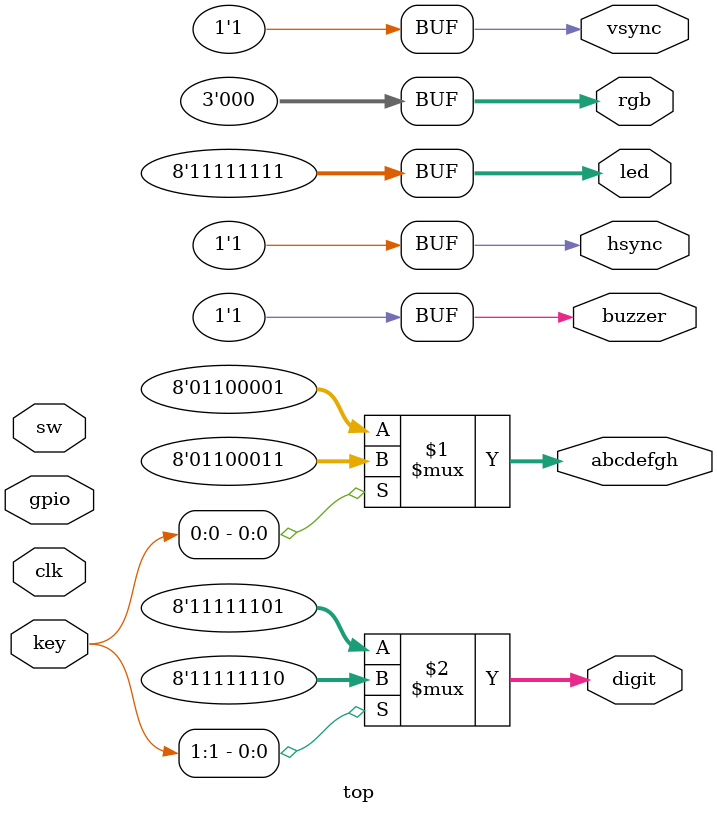
<source format=v>

`include "config.vh"

module top
(
    input         clk,
    input  [ 3:0] key,
    input  [ 3:0] sw,
    output [ 7:0] led,

    output [ 7:0] abcdefgh,
    output [ 7:0] digit,

    output        vsync,
    output        hsync,
    output [ 2:0] rgb,

    output        buzzer,
    inout  [15:0] gpio
);

    assign led    = 8'hff;
    assign buzzer = 1'b1;
    assign hsync  = 1'b1;
    assign vsync  = 1'b1;
    assign rgb    = 3'b0;

    //   --a--
    //  |     |
    //  f     b
    //  |     |
    //   --g--
    //  |     |
    //  e     c
    //  |     |
    //   --d--  h
    //
    //  0 means light

    parameter [7:0] C = 8'b01100011,
                    E = 8'b01100001,
                    h = 8'b11010001,
                    I = 8'b11110011,
                    P = 8'b00110001;

    assign abcdefgh = key [0] ? C : E;
    assign digit    = key [1] ? 8'b11111110 : 8'b11111101;

    // Exercise 1: Display the first letters
    // of your first name and last name instead.

    // assign abcdefgh = ...
    // assign digit    = ...

    // Exercise 2: Display letters of a 4-character word
    // using this code to display letter of ChIP as an example

    /*

    reg [7:0] letter;
    
    always @*
      case (sw)
      4'b0111: letter = C;
      4'b1011: letter = h;
      4'b1101: letter = I;
      4'b1110: letter = P;
      default: letter = E;
      endcase
      
    assign abcdefgh = letter;
    assign digit    = (sw == 4'b1111) ? 4'b0000 : sw;
    */

endmodule

</source>
